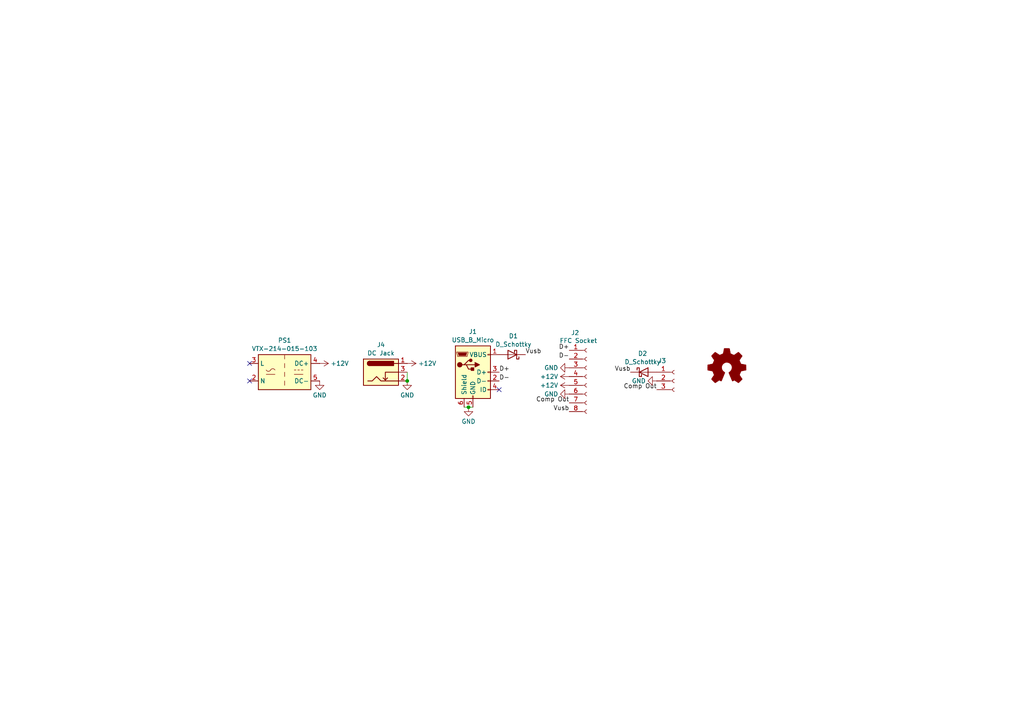
<source format=kicad_sch>
(kicad_sch (version 20231120) (generator "eeschema") (generator_version "8.0")
  (paper "A4")
  (lib_symbols
    (symbol "Connector:Barrel_Jack_Switch" (pin_names hide)
      (property "Reference" "J" (at 0 5.334 0))
      (property "Value" "Barrel_Jack_Switch" (at 0 -5.08 0))
      (symbol "Barrel_Jack_Switch_0_1"
        (rectangle (start -5.08 3.81) (end 5.08 -3.81) (stroke (width 0.254)) (fill (type background)))
        (arc (start -3.302 3.175) (mid -3.9343 2.54) (end -3.302 1.905) (stroke (width 0.254)))
        (arc (start -3.302 3.175) (mid -3.9343 2.54) (end -3.302 1.905) (stroke (width 0.254)) (fill (type outline)))
        (polyline (pts (xy 1.27 -2.286) (xy 1.905 -1.651)) (stroke (width 0.254)))
        (polyline (pts (xy 5.08 2.54) (xy 3.81 2.54)) (stroke (width 0.254)))
        (polyline (pts (xy 5.08 0) (xy 1.27 0) (xy 1.27 -2.286) (xy 0.635 -1.651)) (stroke (width 0.254)))
        (polyline (pts (xy -3.81 -2.54) (xy -2.54 -2.54) (xy -1.27 -1.27) (xy 0 -2.54) (xy 2.54 -2.54) (xy 5.08 -2.54)) (stroke (width 0.254)))
        (rectangle (start 3.683 3.175) (end -3.302 1.905) (stroke (width 0.254)) (fill (type outline)))
      )
      (symbol "Barrel_Jack_Switch_1_1"
        (pin passive line (at 7.62 2.54 180) (length 2.54) (name "~") (number "1"))
        (pin passive line (at 7.62 -2.54 180) (length 2.54) (name "~") (number "2"))
        (pin passive line (at 7.62 0 180) (length 2.54) (name "~") (number "3"))
      )
    )
    (symbol "Connector:Conn_01x03_Socket" (pin_names (offset 1.016) hide)
      (property "Reference" "J" (at 0 5.08 0))
      (property "Value" "Conn_01x03_Socket" (at 0 -5.08 0))
      (symbol "Conn_01x03_Socket_1_1"
        (arc (start 0 -2.032) (mid -0.5058 -2.54) (end 0 -3.048) (stroke (width 0.1524)))
        (polyline (pts (xy -1.27 -2.54) (xy -0.508 -2.54)) (stroke (width 0.1524)))
        (polyline (pts (xy -1.27 0) (xy -0.508 0)) (stroke (width 0.1524)))
        (polyline (pts (xy -1.27 2.54) (xy -0.508 2.54)) (stroke (width 0.1524)))
        (arc (start 0 0.508) (mid -0.5058 0) (end 0 -0.508) (stroke (width 0.1524)))
        (arc (start 0 3.048) (mid -0.5058 2.54) (end 0 2.032) (stroke (width 0.1524)))
        (pin passive line (at -5.08 2.54 0) (length 3.81) (name "Pin_1") (number "1"))
        (pin passive line (at -5.08 0 0) (length 3.81) (name "Pin_2") (number "2"))
        (pin passive line (at -5.08 -2.54 0) (length 3.81) (name "Pin_3") (number "3"))
      )
    )
    (symbol "Connector:Conn_01x08_Socket" (pin_names (offset 1.016) hide)
      (property "Reference" "J" (at 0 10.16 0))
      (property "Value" "Conn_01x08_Socket" (at 0 -12.7 0))
      (symbol "Conn_01x08_Socket_1_1"
        (arc (start 0 -9.652) (mid -0.5058 -10.16) (end 0 -10.668) (stroke (width 0.1524)))
        (arc (start 0 -7.112) (mid -0.5058 -7.62) (end 0 -8.128) (stroke (width 0.1524)))
        (arc (start 0 -4.572) (mid -0.5058 -5.08) (end 0 -5.588) (stroke (width 0.1524)))
        (arc (start 0 -2.032) (mid -0.5058 -2.54) (end 0 -3.048) (stroke (width 0.1524)))
        (polyline (pts (xy -1.27 -10.16) (xy -0.508 -10.16)) (stroke (width 0.1524)))
        (polyline (pts (xy -1.27 -7.62) (xy -0.508 -7.62)) (stroke (width 0.1524)))
        (polyline (pts (xy -1.27 -5.08) (xy -0.508 -5.08)) (stroke (width 0.1524)))
        (polyline (pts (xy -1.27 -2.54) (xy -0.508 -2.54)) (stroke (width 0.1524)))
        (polyline (pts (xy -1.27 0) (xy -0.508 0)) (stroke (width 0.1524)))
        (polyline (pts (xy -1.27 2.54) (xy -0.508 2.54)) (stroke (width 0.1524)))
        (polyline (pts (xy -1.27 5.08) (xy -0.508 5.08)) (stroke (width 0.1524)))
        (polyline (pts (xy -1.27 7.62) (xy -0.508 7.62)) (stroke (width 0.1524)))
        (arc (start 0 0.508) (mid -0.5058 0) (end 0 -0.508) (stroke (width 0.1524)))
        (arc (start 0 3.048) (mid -0.5058 2.54) (end 0 2.032) (stroke (width 0.1524)))
        (arc (start 0 5.588) (mid -0.5058 5.08) (end 0 4.572) (stroke (width 0.1524)))
        (arc (start 0 8.128) (mid -0.5058 7.62) (end 0 7.112) (stroke (width 0.1524)))
        (pin passive line (at -5.08 7.62 0) (length 3.81) (name "Pin_1") (number "1"))
        (pin passive line (at -5.08 5.08 0) (length 3.81) (name "Pin_2") (number "2"))
        (pin passive line (at -5.08 2.54 0) (length 3.81) (name "Pin_3") (number "3"))
        (pin passive line (at -5.08 0 0) (length 3.81) (name "Pin_4") (number "4"))
        (pin passive line (at -5.08 -2.54 0) (length 3.81) (name "Pin_5") (number "5"))
        (pin passive line (at -5.08 -5.08 0) (length 3.81) (name "Pin_6") (number "6"))
        (pin passive line (at -5.08 -7.62 0) (length 3.81) (name "Pin_7") (number "7"))
        (pin passive line (at -5.08 -10.16 0) (length 3.81) (name "Pin_8") (number "8"))
      )
    )
    (symbol "Connector:USB_B_Micro" (pin_names (offset 1.016))
      (property "Reference" "J" (at -5.08 11.43 0))
      (property "Value" "USB_B_Micro" (at -5.08 8.89 0))
      (symbol "USB_B_Micro_0_1"
        (rectangle (start -5.08 -7.62) (end 5.08 7.62) (stroke (width 0.254)) (fill (type background)))
        (circle (center -3.81 2.159) (radius 0.635) (stroke (width 0.254)) (fill (type outline)))
        (circle (center -0.635 3.429) (radius 0.381) (stroke (width 0.254)) (fill (type outline)))
        (rectangle (start -0.127 -7.62) (end 0.127 -6.858))
        (polyline (pts (xy -1.905 2.159) (xy 0.635 2.159)) (stroke (width 0.254)))
        (polyline (pts (xy -3.175 2.159) (xy -2.54 2.159) (xy -1.27 3.429) (xy -0.635 3.429)) (stroke (width 0.254)))
        (polyline (pts (xy -2.54 2.159) (xy -1.905 2.159) (xy -1.27 0.889) (xy 0 0.889)) (stroke (width 0.254)))
        (polyline (pts (xy 0.635 2.794) (xy 0.635 1.524) (xy 1.905 2.159) (xy 0.635 2.794)) (stroke (width 0.254)) (fill (type outline)))
        (polyline (pts (xy -4.318 5.588) (xy -1.778 5.588) (xy -2.032 4.826) (xy -4.064 4.826) (xy -4.318 5.588)) (fill (type outline)))
        (polyline (pts (xy -4.699 5.842) (xy -4.699 5.588) (xy -4.445 4.826) (xy -4.445 4.572) (xy -1.651 4.572) (xy -1.651 4.826) (xy -1.397 5.588) (xy -1.397 5.842) (xy -4.699 5.842)))
        (rectangle (start 0.254 1.27) (end -0.508 0.508) (stroke (width 0.254)) (fill (type outline)))
        (rectangle (start 5.08 -5.207) (end 4.318 -4.953))
        (rectangle (start 5.08 -2.667) (end 4.318 -2.413))
        (rectangle (start 5.08 -0.127) (end 4.318 0.127))
        (rectangle (start 5.08 4.953) (end 4.318 5.207))
      )
      (symbol "USB_B_Micro_1_1"
        (pin power_out line (at 7.62 5.08 180) (length 2.54) (name "VBUS") (number "1"))
        (pin bidirectional line (at 7.62 -2.54 180) (length 2.54) (name "D-") (number "2"))
        (pin bidirectional line (at 7.62 0 180) (length 2.54) (name "D+") (number "3"))
        (pin passive line (at 7.62 -5.08 180) (length 2.54) (name "ID") (number "4"))
        (pin power_out line (at 0 -10.16 90) (length 2.54) (name "GND") (number "5"))
        (pin passive line (at -2.54 -10.16 90) (length 2.54) (name "Shield") (number "6"))
      )
    )
    (symbol "Converter_ACDC:VTX-214-015-103"
      (property "Reference" "PS" (at 0 8.89 0))
      (property "Value" "VTX-214-015-103" (at 0 6.35 0))
      (symbol "VTX-214-015-103_0_1"
        (rectangle (start -7.62 5.08) (end 7.62 -5.08) (stroke (width 0.254)) (fill (type background)))
        (arc (start -5.334 0.635) (mid -4.699 0.2495) (end -4.064 0.635))
        (arc (start -2.794 0.635) (mid -3.429 1.0072) (end -4.064 0.635))
        (polyline (pts (xy -5.334 -0.635) (xy -2.794 -0.635)))
        (polyline (pts (xy 2.794 -0.635) (xy 5.334 -0.635)))
        (polyline (pts (xy 2.794 0.635) (xy 3.302 0.635)))
        (polyline (pts (xy 3.81 0.635) (xy 4.318 0.635)))
        (polyline (pts (xy 4.826 0.635) (xy 5.334 0.635)))
      )
      (symbol "VTX-214-015-103_1_1"
        (polyline (pts (xy 0 -2.54) (xy 0 -3.81)))
        (polyline (pts (xy 0 0) (xy 0 -1.27)))
        (polyline (pts (xy 0 2.54) (xy 0 1.27)))
        (polyline (pts (xy 0 5.08) (xy 0 3.81)))
        (pin no_connect line (at 0 -5.08 90) (length 2.54) hide (name "FG") (number "1"))
        (pin power_in line (at -10.16 -2.54 0) (length 2.54) (name "N") (number "2"))
        (pin power_in line (at -10.16 2.54 0) (length 2.54) (name "L") (number "3"))
        (pin power_out line (at 10.16 2.54 180) (length 2.54) (name "DC+") (number "4"))
        (pin power_out line (at 10.16 -2.54 180) (length 2.54) (name "DC-") (number "5"))
      )
    )
    (symbol "Device:D_Schottky" (pin_numbers hide) (pin_names (offset 1.016) hide)
      (property "Reference" "D" (at 0 2.54 0))
      (property "Value" "D_Schottky" (at 0 -2.54 0))
      (symbol "D_Schottky_0_1"
        (polyline (pts (xy 1.27 0) (xy -1.27 0)))
        (polyline (pts (xy 1.27 1.27) (xy 1.27 -1.27) (xy -1.27 0) (xy 1.27 1.27)) (stroke (width 0.254)))
        (polyline (pts (xy -1.905 0.635) (xy -1.905 1.27) (xy -1.27 1.27) (xy -1.27 -1.27) (xy -0.635 -1.27) (xy -0.635 -0.635)) (stroke (width 0.254)))
      )
      (symbol "D_Schottky_1_1"
        (pin passive line (at -3.81 0 0) (length 2.54) (name "K") (number "1"))
        (pin passive line (at 3.81 0 180) (length 2.54) (name "A") (number "2"))
      )
    )
    (symbol "Graphic:Logo_Open_Hardware_Small" (in_bom no) (on_board no)
      (symbol "Logo_Open_Hardware_Small_0_1"
        (polyline (pts (xy 3.3528 -4.3434) (xy 3.302 -4.318) (xy 3.175 -4.2418) (xy 2.9972 -4.1148) (xy 2.7686 -3.9624) (xy 2.54 -3.81) (xy 2.3622 -3.7084) (xy 2.2352 -3.6068) (xy 2.1844 -3.5814) (xy 2.159 -3.6068) (xy 2.0574 -3.6576) (xy 1.905 -3.7338) (xy 1.8034 -3.7846) (xy 1.6764 -3.8354) (xy 1.6002 -3.8354) (xy 1.6002 -3.8354) (xy 1.5494 -3.7338) (xy 1.4732 -3.5306) (xy 1.3462 -3.302) (xy 1.2446 -3.0226) (xy 1.1176 -2.7178) (xy 0.9652 -2.413) (xy 0.8636 -2.1082) (xy 0.7366 -1.8288) (xy 0.6604 -1.6256) (xy 0.6096 -1.4732) (xy 0.5842 -1.397) (xy 0.5842 -1.397) (xy 0.6604 -1.3208) (xy 0.7874 -1.2446) (xy 1.0414 -1.016) (xy 1.2954 -0.6858) (xy 1.4478 -0.3302) (xy 1.524 0.0762) (xy 1.4732 0.4572) (xy 1.3208 0.8128) (xy 1.0668 1.143) (xy 0.762 1.3716) (xy 0.4064 1.524) (xy 0 1.5748) (xy -0.381 1.5494) (xy -0.7366 1.397) (xy -1.0668 1.143) (xy -1.2192 0.9906) (xy -1.397 0.6604) (xy -1.524 0.3048) (xy -1.524 0.2286) (xy -1.4986 -0.1778) (xy -1.397 -0.5334) (xy -1.1938 -0.8636) (xy -0.9144 -1.143) (xy -0.8636 -1.1684) (xy -0.7366 -1.27) (xy -0.635 -1.3462) (xy -0.5842 -1.397) (xy -1.0668 -2.5908) (xy -1.143 -2.794) (xy -1.2954 -3.1242) (xy -1.397 -3.4036) (xy -1.4986 -3.6322) (xy -1.5748 -3.7846) (xy -1.6002 -3.8354) (xy -1.6002 -3.8354) (xy -1.651 -3.8354) (xy -1.7272 -3.81) (xy -1.905 -3.7338) (xy -2.0066 -3.683) (xy -2.1336 -3.6068) (xy -2.2098 -3.5814) (xy -2.2606 -3.6068) (xy -2.3622 -3.683) (xy -2.54 -3.81) (xy -2.7686 -3.9624) (xy -2.9718 -4.0894) (xy -3.1496 -4.2164) (xy -3.302 -4.318) (xy -3.3528 -4.3434) (xy -3.3782 -4.3434) (xy -3.429 -4.318) (xy -3.5306 -4.2164) (xy -3.7084 -4.064) (xy -3.937 -3.8354) (xy -3.9624 -3.81) (xy -4.1656 -3.6068) (xy -4.318 -3.4544) (xy -4.4196 -3.3274) (xy -4.445 -3.2766) (xy -4.445 -3.2766) (xy -4.4196 -3.2258) (xy -4.318 -3.0734) (xy -4.2164 -2.8956) (xy -4.064 -2.667) (xy -3.6576 -2.0828) (xy -3.8862 -1.5494) (xy -3.937 -1.3716) (xy -4.0386 -1.1684) (xy -4.0894 -1.0414) (xy -4.1148 -0.9652) (xy -4.191 -0.9398) (xy -4.318 -0.9144) (xy -4.5466 -0.8636) (xy -4.8006 -0.8128) (xy -5.0546 -0.7874) (xy -5.2578 -0.7366) (xy -5.4356 -0.7112) (xy -5.5118 -0.6858) (xy -5.5118 -0.6858) (xy -5.5372 -0.635) (xy -5.5372 -0.5588) (xy -5.5372 -0.4318) (xy -5.5626 -0.2286) (xy -5.5626 0.0762) (xy -5.5626 0.127) (xy -5.5372 0.4064) (xy -5.5372 0.635) (xy -5.5372 0.762) (xy -5.5372 0.8382) (xy -5.5372 0.8382) (xy -5.461 0.8382) (xy -5.3086 0.889) (xy -5.08 0.9144) (xy -4.826 0.9652) (xy -4.8006 0.9906) (xy -4.5466 1.0414) (xy -4.318 1.0668) (xy -4.1656 1.1176) (xy -4.0894 1.143) (xy -4.0894 1.143) (xy -4.0386 1.2446) (xy -3.9624 1.4224) (xy -3.8608 1.6256) (xy -3.7846 1.8288) (xy -3.7084 2.0066) (xy -3.6576 2.159) (xy -3.6322 2.2098) (xy -3.6322 2.2098) (xy -3.683 2.286) (xy -3.7592 2.413) (xy -3.8862 2.5908) (xy -4.064 2.8194) (xy -4.064 2.8448) (xy -4.2164 3.0734) (xy -4.3434 3.2512) (xy -4.4196 3.3782) (xy -4.445 3.4544) (xy -4.445 3.4544) (xy -4.3942 3.5052) (xy -4.2926 3.6322) (xy -4.1148 3.81) (xy -3.937 4.0132) (xy -3.8608 4.064) (xy -3.6576 4.2926) (xy -3.5052 4.4196) (xy -3.4036 4.4958) (xy -3.3528 4.5212) (xy -3.3528 4.5212) (xy -3.302 4.4704) (xy -3.1496 4.3688) (xy -2.9718 4.2418) (xy -2.7432 4.0894) (xy -2.7178 4.0894) (xy -2.4892 3.937) (xy -2.3114 3.81) (xy -2.1844 3.7084) (xy -2.1336 3.683) (xy -2.1082 3.683) (xy -2.032 3.7084) (xy -1.8542 3.7592) (xy -1.6764 3.8354) (xy -1.4732 3.937) (xy -1.27 4.0132) (xy -1.143 4.064) (xy -1.0668 4.1148) (xy -1.0668 4.1148) (xy -1.0414 4.191) (xy -1.016 4.3434) (xy -0.9652 4.572) (xy -0.9144 4.8514) (xy -0.889 4.9022) (xy -0.8382 5.1562) (xy -0.8128 5.3848) (xy -0.7874 5.5372) (xy -0.762 5.588) (xy -0.7112 5.6134) (xy -0.5842 5.6134) (xy -0.4064 5.6134) (xy -0.1524 5.6134) (xy 0.0762 5.6134) (xy 0.3302 5.6134) (xy 0.5334 5.6134) (xy 0.6858 5.588) (xy 0.7366 5.588) (xy 0.7366 5.588) (xy 0.762 5.5118) (xy 0.8128 5.334) (xy 0.8382 5.1054) (xy 0.9144 4.826) (xy 0.9144 4.7752) (xy 0.9652 4.5212) (xy 1.016 4.2926) (xy 1.0414 4.1402) (xy 1.0668 4.0894) (xy 1.0668 4.0894) (xy 1.1938 4.0386) (xy 1.3716 3.9624) (xy 1.5748 3.8608) (xy 2.0828 3.6576) (xy 2.7178 4.0894) (xy 2.7686 4.1402) (xy 2.9972 4.2926) (xy 3.175 4.4196) (xy 3.302 4.4958) (xy 3.3782 4.5212) (xy 3.3782 4.5212) (xy 3.429 4.4704) (xy 3.556 4.3434) (xy 3.7338 4.191) (xy 3.9116 3.9878) (xy 4.064 3.8354) (xy 4.2418 3.6576) (xy 4.3434 3.556) (xy 4.4196 3.4798) (xy 4.4196 3.429) (xy 4.4196 3.4036) (xy 4.3942 3.3274) (xy 4.2926 3.2004) (xy 4.1656 2.9972) (xy 4.0132 2.794) (xy 3.8862 2.5908) (xy 3.7592 2.3876) (xy 3.6576 2.2352) (xy 3.6322 2.159) (xy 3.6322 2.1336) (xy 3.683 2.0066) (xy 3.7592 1.8288) (xy 3.8608 1.6002) (xy 4.064 1.1176) (xy 4.3942 1.0414) (xy 4.5974 1.016) (xy 4.8768 0.9652) (xy 5.1308 0.9144) (xy 5.5372 0.8382) (xy 5.5626 -0.6604) (xy 5.4864 -0.6858) (xy 5.4356 -0.6858) (xy 5.2832 -0.7366) (xy 5.0546 -0.762) (xy 4.8006 -0.8128) (xy 4.5974 -0.8636) (xy 4.3688 -0.9144) (xy 4.2164 -0.9398) (xy 4.1402 -0.9398) (xy 4.1148 -0.9652) (xy 4.064 -1.0668) (xy 3.9878 -1.2446) (xy 3.9116 -1.4478) (xy 3.81 -1.651) (xy 3.7338 -1.8542) (xy 3.683 -2.0066) (xy 3.6576 -2.0828) (xy 3.683 -2.1336) (xy 3.7846 -2.2606) (xy 3.8862 -2.4638) (xy 4.0386 -2.667) (xy 4.191 -2.8956) (xy 4.318 -3.0734) (xy 4.3942 -3.2004) (xy 4.445 -3.2766) (xy 4.4196 -3.3274) (xy 4.3434 -3.429) (xy 4.1656 -3.5814) (xy 3.937 -3.8354) (xy 3.8862 -3.8608) (xy 3.683 -4.064) (xy 3.5306 -4.2164) (xy 3.4036 -4.318) (xy 3.3528 -4.3434)) (fill (type outline)))
      )
    )
    (symbol "power:+12V" (power) (pin_numbers hide) (pin_names (offset 0) hide)
      (property "Value" "+12V" (at 0 3.556 0))
      (symbol "+12V_0_1"
        (polyline (pts (xy -0.762 1.27) (xy 0 2.54)))
        (polyline (pts (xy 0 0) (xy 0 2.54)))
        (polyline (pts (xy 0 2.54) (xy 0.762 1.27)))
      )
      (symbol "+12V_1_1"
        (pin power_in line (at 0 0 90) (length 0) (name "~") (number "1"))
      )
    )
    (symbol "power:GND" (power) (pin_numbers hide) (pin_names (offset 0) hide)
      (property "Value" "GND" (at 0 -3.81 0))
      (symbol "GND_0_1"
        (polyline (pts (xy 0 0) (xy 0 -1.27) (xy 1.27 -1.27) (xy 0 -2.54) (xy -1.27 -1.27) (xy 0 -1.27)))
      )
      (symbol "GND_1_1"
        (pin power_in line (at 0 0 270) (length 0) (name "~") (number "1"))
      )
    )
  )
  (junction (at 135.89 118.11))
  (junction (at 118.11 110.49))
  (no_connect (at 72.39 105.41))
  (no_connect (at 72.39 110.49))
  (no_connect (at 144.78 113.03))
  (wire (pts (xy 135.89 118.11) (xy 137.16 118.11)))
  (wire (pts (xy 134.62 118.11) (xy 135.89 118.11)))
  (wire (pts (xy 118.11 107.95) (xy 118.11 110.49)))
  (label "Vusb" (at 182.88 107.95 180))
  (label "Comp Out" (at 165.1 116.84 180))
  (label "Vusb" (at 165.1 119.38 180))
  (label "Vusb" (at 152.4 102.87 0))
  (label "D+" (at 165.1 101.6 180))
  (label "D-" (at 144.78 110.49 0))
  (label "D-" (at 165.1 104.14 180))
  (label "D+" (at 144.78 107.95 0))
  (label "Comp Out" (at 190.5 113.03 180))
  (symbol (lib_id "Connector:Barrel_Jack_Switch") (at 110.49 107.95 0) (unit 1)
    (property "Reference" "J4" (at 110.49 99.9955 0))
    (property "Value" "DC Jack" (at 110.49 102.4198 0))
    (property "Footprint" "Custom:TENSILITY_54-00165" (effects (hide yes)))
    (property "Datasheet" "https://tensility.s3.us-west-2.amazonaws.com/uploads/pdffiles/54-00165.pdf" (effects (hide yes)))
    (property "Description" "Power Barrel Connector Jack 2.50mm ID (0.098\"), 5.50mm OD (0.217\") Surface Mount, Right Angle" (effects (hide yes)))
    (property "Manufacturer" "Tensility International Corp" (effects (hide yes)))
    (property "Part" "54-00165" (effects (hide yes)))
  )
  (symbol (lib_id "power:GND") (at 165.1 114.3 270) (unit 1)
    (property "Reference" "#PWR012" (effects (hide yes)))
    (property "Value" "GND" (at 161.9251 114.3 90) (effects (justify right)))
    (property "Description" "Power symbol creates a global label with name \"GND\" , ground" (effects (hide yes)))
  )
  (symbol (lib_id "power:GND") (at 135.89 118.11 0) (unit 1)
    (property "Reference" "#PWR05" (effects (hide yes)))
    (property "Value" "GND" (at 135.89 122.2431 0))
    (property "Description" "Power symbol creates a global label with name \"GND\" , ground" (effects (hide yes)))
  )
  (symbol (lib_id "Device:D_Schottky") (at 148.59 102.87 180) (unit 1)
    (property "Reference" "D1" (at 148.9075 97.4555 0))
    (property "Value" "D_Schottky" (at 148.9075 99.8798 0))
    (property "Footprint" "Diode_SMD:D_SOD-323" (effects (hide yes)))
    (property "Datasheet" "https://toshiba.semicon-storage.com/info/docget.jsp?did=14077&prodName=CUS10S30" (effects (hide yes)))
    (property "Description" "Diode 30 V 1A Surface Mount USC" (effects (hide yes)))
    (property "Manufacturer" "Toshiba Semiconductor and Storage" (effects (hide yes)))
    (property "Part" "CUS10S30,H3F" (effects (hide yes)))
  )
  (symbol (lib_id "power:+12V") (at 118.11 105.41 270) (unit 1)
    (property "Reference" "#PWR08" (effects (hide yes)))
    (property "Value" "+12V" (at 121.285 105.41 90) (effects (justify left)))
    (property "Description" "Power symbol creates a global label with name \"+12V\"" (effects (hide yes)))
  )
  (symbol (lib_id "power:GND") (at 118.11 110.49 0) (unit 1)
    (property "Reference" "#PWR07" (effects (hide yes)))
    (property "Value" "GND" (at 118.11 114.6231 0))
    (property "Description" "Power symbol creates a global label with name \"GND\" , ground" (effects (hide yes)))
  )
  (symbol (lib_id "power:GND") (at 190.5 110.49 270) (unit 1)
    (property "Reference" "#PWR06" (effects (hide yes)))
    (property "Value" "GND" (at 187.3251 110.49 90) (effects (justify right)))
    (property "Description" "Power symbol creates a global label with name \"GND\" , ground" (effects (hide yes)))
  )
  (symbol (lib_id "power:+12V") (at 92.71 105.41 270) (unit 1)
    (property "Reference" "#PWR02" (effects (hide yes)))
    (property "Value" "+12V" (at 95.885 105.41 90) (effects (justify left)))
    (property "Description" "Power symbol creates a global label with name \"+12V\"" (effects (hide yes)))
  )
  (symbol (lib_id "power:+12V") (at 165.1 111.76 90) (unit 1)
    (property "Reference" "#PWR011" (effects (hide yes)))
    (property "Value" "+12V" (at 161.925 111.76 90) (effects (justify left)))
    (property "Description" "Power symbol creates a global label with name \"+12V\"" (effects (hide yes)))
  )
  (symbol (lib_id "Device:D_Schottky") (at 186.69 107.95 0) (unit 1)
    (property "Reference" "D2" (at 186.3725 102.5355 0))
    (property "Value" "D_Schottky" (at 186.3725 104.9598 0))
    (property "Footprint" "Diode_SMD:D_SOD-323" (effects (hide yes)))
    (property "Datasheet" "https://toshiba.semicon-storage.com/info/docget.jsp?did=14077&prodName=CUS10S30" (effects (hide yes)))
    (property "Description" "Diode 30 V 1A Surface Mount USC" (effects (hide yes)))
    (property "Manufacturer" "Toshiba Semiconductor and Storage" (effects (hide yes)))
    (property "Part" "CUS10S30,H3F" (effects (hide yes)))
  )
  (symbol (lib_id "Converter_ACDC:VTX-214-015-103") (at 82.55 107.95 0) (unit 1)
    (property "Reference" "PS1" (at 82.55 98.7255 0))
    (property "Value" "VTX-214-015-103" (at 82.55 101.1498 0))
    (property "Footprint" "Converter_ACDC:Converter_ACDC_Vigortronix_VTX-214-015-1xx_THT" (effects (hide yes)))
    (property "Datasheet" "http://www.vigortronix.com/15WattSMPSPCBModuleAC-DC" (effects (hide yes)))
    (property "Description" "3V Vigortronix 15W ACDC Converters" (effects (hide yes)))
  )
  (symbol (lib_id "Connector:Conn_01x08_Socket") (at 170.18 109.22 0) (unit 1)
    (property "Reference" "J2" (at 165.608 96.52 0) (effects (justify left)))
    (property "Value" "FFC Socket" (at 162.306 98.806 0) (effects (justify left)))
    (property "Footprint" "Custom:AMPHENOL_SFW8S-2STE1LF" (effects (hide yes)))
    (property "Datasheet" "https://cdn.amphenol-cs.com/media/wysiwyg/files/documentation/datasheet/flex/flexconnectors_100mm_sfw_s.pdf" (effects (hide yes)))
    (property "Description" "8 Position FFC, FPC Connector Contacts, Vertical - 1 Sided 0.039\" (1.00mm) Surface Mount" (effects (hide yes)))
    (property "Manufacturer" "Amphenol ICC (FCI)" (effects (hide yes)))
    (property "Part" "SFW8S-2STE1LF" (effects (hide yes)))
  )
  (symbol (lib_id "power:+12V") (at 165.1 109.22 90) (unit 1)
    (property "Reference" "#PWR010" (effects (hide yes)))
    (property "Value" "+12V" (at 161.925 109.22 90) (effects (justify left)))
    (property "Description" "Power symbol creates a global label with name \"+12V\"" (effects (hide yes)))
  )
  (symbol (lib_id "Graphic:Logo_Open_Hardware_Small") (at 210.82 106.68 0) (unit 1) (in_bom no)
    (property "Reference" "SYM1" (effects (hide yes)))
    (property "Value" "Logo_Open_Hardware_Small" (effects (hide yes)))
    (property "Footprint" "Custom:polarity" (effects (hide yes)))
    (property "Description" "Open Hardware logo, small" (effects (hide yes)))
  )
  (symbol (lib_id "Connector:Conn_01x03_Socket") (at 195.58 110.49 0) (unit 1)
    (property "Reference" "J3" (at 192.024 104.648 0))
    (property "Value" "Conn_01x03_Socket" (effects (hide yes)))
    (property "Footprint" "Connector_PinSocket_2.54mm:PinSocket_1x03_P2.54mm_Vertical_SMD_Pin1Right" (effects (hide yes)))
    (property "Datasheet" "https://mm.digikey.com/Volume0/opasdata/d220001/medias/docus/2900/NPxCxx1KFXx-RC%2010487-D.pdf" (effects (hide yes)))
    (property "Description" "3 Position Header, Top or Bottom Entry Connector 0.100\" (2.54mm) Surface Mount Gold" (effects (hide yes)))
    (property "Manufacturer" "Sullins Connector Solutions" (effects (hide yes)))
    (property "Part" "NPPC031KFXC-RC" (effects (hide yes)))
  )
  (symbol (lib_id "power:GND") (at 92.71 110.49 0) (unit 1)
    (property "Reference" "#PWR01" (effects (hide yes)))
    (property "Value" "GND" (at 92.71 114.6231 0))
    (property "Description" "Power symbol creates a global label with name \"GND\" , ground" (effects (hide yes)))
  )
  (symbol (lib_id "power:GND") (at 165.1 106.68 270) (unit 1)
    (property "Reference" "#PWR09" (effects (hide yes)))
    (property "Value" "GND" (at 161.9251 106.68 90) (effects (justify right)))
    (property "Description" "Power symbol creates a global label with name \"GND\" , ground" (effects (hide yes)))
  )
  (symbol (lib_id "Connector:USB_B_Micro") (at 137.16 107.95 0) (unit 1)
    (property "Reference" "J1" (at 137.16 96.1855 0))
    (property "Value" "USB_B_Micro" (at 137.16 98.6098 0))
    (property "Footprint" "Custom:CUI_UJ2-MIBH-G-SMT-TR" (effects (hide yes)))
    (property "Datasheet" "https://www.cuidevices.com/product/resource/uj2-mibh-g-smt-tr.pdf" (effects (hide yes)))
    (property "Description" "USB JACK, 2.0, MICRO B TYPE, 5 P" (effects (hide yes)))
    (property "Manufacturer" "Same Sky (Formerly CUI Devices)" (effects (hide yes)))
    (property "Part" "UJ2-MIBH-G-SMT-TR" (effects (hide yes)))
  )
)
</source>
